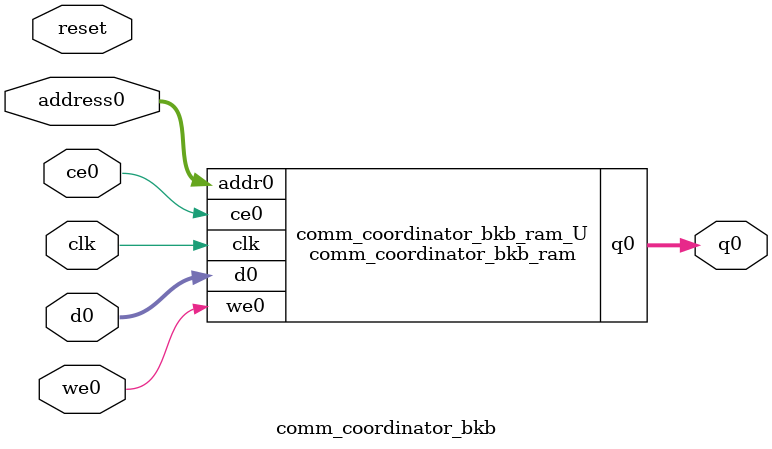
<source format=v>

`timescale 1 ns / 1 ps
module comm_coordinator_bkb_ram (addr0, ce0, d0, we0, q0,  clk);

parameter DWIDTH = 64;
parameter AWIDTH = 4;
parameter MEM_SIZE = 16;

input[AWIDTH-1:0] addr0;
input ce0;
input[DWIDTH-1:0] d0;
input we0;
output reg[DWIDTH-1:0] q0;
input clk;

(* ram_style = "block" *)reg [DWIDTH-1:0] ram[0:MEM_SIZE-1];




always @(posedge clk)  
begin 
    if (ce0) 
    begin
        if (we0) 
        begin 
            ram[addr0] <= d0; 
            q0 <= d0;
        end 
        else 
            q0 <= ram[addr0];
    end
end


endmodule


`timescale 1 ns / 1 ps
module comm_coordinator_bkb(
    reset,
    clk,
    address0,
    ce0,
    we0,
    d0,
    q0);

parameter DataWidth = 32'd64;
parameter AddressRange = 32'd16;
parameter AddressWidth = 32'd4;
input reset;
input clk;
input[AddressWidth - 1:0] address0;
input ce0;
input we0;
input[DataWidth - 1:0] d0;
output[DataWidth - 1:0] q0;



comm_coordinator_bkb_ram comm_coordinator_bkb_ram_U(
    .clk( clk ),
    .addr0( address0 ),
    .ce0( ce0 ),
    .d0( d0 ),
    .we0( we0 ),
    .q0( q0 ));

endmodule


</source>
